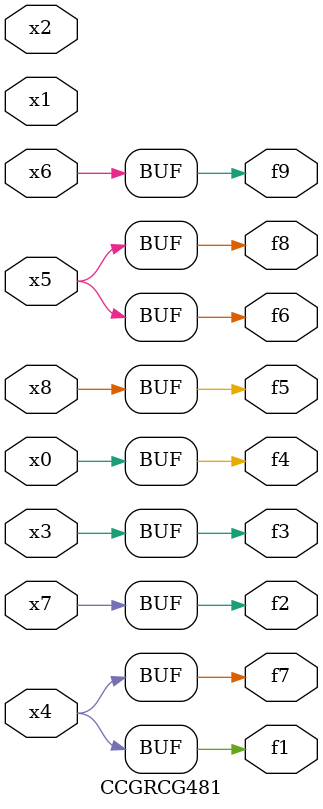
<source format=v>
module CCGRCG481(
	input x0, x1, x2, x3, x4, x5, x6, x7, x8,
	output f1, f2, f3, f4, f5, f6, f7, f8, f9
);
	assign f1 = x4;
	assign f2 = x7;
	assign f3 = x3;
	assign f4 = x0;
	assign f5 = x8;
	assign f6 = x5;
	assign f7 = x4;
	assign f8 = x5;
	assign f9 = x6;
endmodule

</source>
